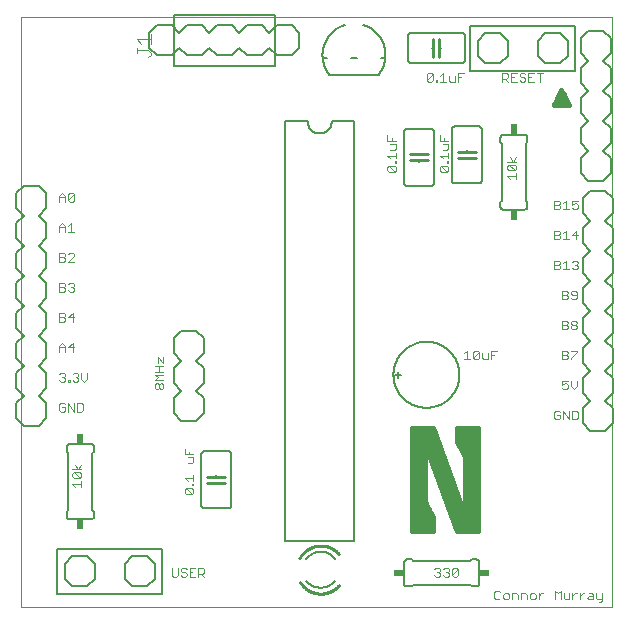
<source format=gto>
G75*
%MOIN*%
%OFA0B0*%
%FSLAX25Y25*%
%IPPOS*%
%LPD*%
%AMOC8*
5,1,8,0,0,1.08239X$1,22.5*
%
%ADD10C,0.00000*%
%ADD11C,0.00300*%
%ADD12C,0.01600*%
%ADD13C,0.01000*%
%ADD14C,0.00600*%
%ADD15C,0.00800*%
%ADD16R,0.02400X0.03400*%
%ADD17R,0.03400X0.02400*%
%ADD18C,0.00500*%
%ADD19C,0.00400*%
D10*
X0003152Y0004300D02*
X0003152Y0201150D01*
X0200002Y0201150D01*
X0200002Y0004300D01*
X0003152Y0004300D01*
D11*
X0021067Y0044450D02*
X0020099Y0045417D01*
X0023002Y0045417D01*
X0023002Y0044450D02*
X0023002Y0046385D01*
X0022518Y0047397D02*
X0020583Y0049331D01*
X0022518Y0049331D01*
X0023002Y0048848D01*
X0023002Y0047880D01*
X0022518Y0047397D01*
X0020583Y0047397D01*
X0020099Y0047880D01*
X0020099Y0048848D01*
X0020583Y0049331D01*
X0020099Y0050343D02*
X0023002Y0050343D01*
X0022034Y0050343D02*
X0021067Y0051794D01*
X0022034Y0050343D02*
X0023002Y0051794D01*
X0023146Y0069450D02*
X0021695Y0069450D01*
X0021695Y0072352D01*
X0023146Y0072352D01*
X0023630Y0071869D01*
X0023630Y0069934D01*
X0023146Y0069450D01*
X0020683Y0069450D02*
X0020683Y0072352D01*
X0018748Y0072352D02*
X0020683Y0069450D01*
X0018748Y0069450D02*
X0018748Y0072352D01*
X0017737Y0071869D02*
X0017253Y0072352D01*
X0016286Y0072352D01*
X0015802Y0071869D01*
X0015802Y0069934D01*
X0016286Y0069450D01*
X0017253Y0069450D01*
X0017737Y0069934D01*
X0017737Y0070901D01*
X0016769Y0070901D01*
X0016286Y0079450D02*
X0015802Y0079934D01*
X0016286Y0079450D02*
X0017253Y0079450D01*
X0017737Y0079934D01*
X0017737Y0080417D01*
X0017253Y0080901D01*
X0016769Y0080901D01*
X0017253Y0080901D02*
X0017737Y0081385D01*
X0017737Y0081869D01*
X0017253Y0082352D01*
X0016286Y0082352D01*
X0015802Y0081869D01*
X0018748Y0079934D02*
X0019232Y0079934D01*
X0019232Y0079450D01*
X0018748Y0079450D01*
X0018748Y0079934D01*
X0020222Y0079934D02*
X0020705Y0079450D01*
X0021673Y0079450D01*
X0022157Y0079934D01*
X0022157Y0080417D01*
X0021673Y0080901D01*
X0021189Y0080901D01*
X0021673Y0080901D02*
X0022157Y0081385D01*
X0022157Y0081869D01*
X0021673Y0082352D01*
X0020705Y0082352D01*
X0020222Y0081869D01*
X0023168Y0082352D02*
X0023168Y0080417D01*
X0024136Y0079450D01*
X0025103Y0080417D01*
X0025103Y0082352D01*
X0020200Y0089450D02*
X0020200Y0092352D01*
X0018748Y0090901D01*
X0020683Y0090901D01*
X0017737Y0090901D02*
X0015802Y0090901D01*
X0015802Y0091385D02*
X0016769Y0092352D01*
X0017737Y0091385D01*
X0017737Y0089450D01*
X0015802Y0089450D02*
X0015802Y0091385D01*
X0015802Y0099450D02*
X0017253Y0099450D01*
X0017737Y0099934D01*
X0017737Y0100417D01*
X0017253Y0100901D01*
X0015802Y0100901D01*
X0015802Y0099450D02*
X0015802Y0102352D01*
X0017253Y0102352D01*
X0017737Y0101869D01*
X0017737Y0101385D01*
X0017253Y0100901D01*
X0018748Y0100901D02*
X0020200Y0102352D01*
X0020200Y0099450D01*
X0020683Y0100901D02*
X0018748Y0100901D01*
X0019232Y0109450D02*
X0018748Y0109934D01*
X0019232Y0109450D02*
X0020200Y0109450D01*
X0020683Y0109934D01*
X0020683Y0110417D01*
X0020200Y0110901D01*
X0019716Y0110901D01*
X0020200Y0110901D02*
X0020683Y0111385D01*
X0020683Y0111869D01*
X0020200Y0112352D01*
X0019232Y0112352D01*
X0018748Y0111869D01*
X0017737Y0111869D02*
X0017737Y0111385D01*
X0017253Y0110901D01*
X0015802Y0110901D01*
X0015802Y0109450D02*
X0017253Y0109450D01*
X0017737Y0109934D01*
X0017737Y0110417D01*
X0017253Y0110901D01*
X0017737Y0111869D02*
X0017253Y0112352D01*
X0015802Y0112352D01*
X0015802Y0109450D01*
X0015802Y0119450D02*
X0017253Y0119450D01*
X0017737Y0119934D01*
X0017737Y0120417D01*
X0017253Y0120901D01*
X0015802Y0120901D01*
X0015802Y0119450D02*
X0015802Y0122352D01*
X0017253Y0122352D01*
X0017737Y0121869D01*
X0017737Y0121385D01*
X0017253Y0120901D01*
X0018748Y0121869D02*
X0019232Y0122352D01*
X0020200Y0122352D01*
X0020683Y0121869D01*
X0020683Y0121385D01*
X0018748Y0119450D01*
X0020683Y0119450D01*
X0020683Y0129450D02*
X0018748Y0129450D01*
X0019716Y0129450D02*
X0019716Y0132352D01*
X0018748Y0131385D01*
X0017737Y0131385D02*
X0017737Y0129450D01*
X0017737Y0130901D02*
X0015802Y0130901D01*
X0015802Y0131385D02*
X0016769Y0132352D01*
X0017737Y0131385D01*
X0015802Y0131385D02*
X0015802Y0129450D01*
X0015802Y0139450D02*
X0015802Y0141385D01*
X0016769Y0142352D01*
X0017737Y0141385D01*
X0017737Y0139450D01*
X0018748Y0139934D02*
X0018748Y0141869D01*
X0019232Y0142352D01*
X0020200Y0142352D01*
X0020683Y0141869D01*
X0018748Y0139934D01*
X0019232Y0139450D01*
X0020200Y0139450D01*
X0020683Y0139934D01*
X0020683Y0141869D01*
X0017737Y0140901D02*
X0015802Y0140901D01*
X0048567Y0087725D02*
X0050502Y0085790D01*
X0050502Y0087725D01*
X0048567Y0087725D02*
X0048567Y0085790D01*
X0049051Y0084778D02*
X0049051Y0082843D01*
X0050502Y0082843D02*
X0047599Y0082843D01*
X0047599Y0081831D02*
X0050502Y0081831D01*
X0050502Y0079897D02*
X0047599Y0079897D01*
X0048567Y0080864D01*
X0047599Y0081831D01*
X0048083Y0078885D02*
X0048567Y0078885D01*
X0049051Y0078401D01*
X0049051Y0077434D01*
X0048567Y0076950D01*
X0048083Y0076950D01*
X0047599Y0077434D01*
X0047599Y0078401D01*
X0048083Y0078885D01*
X0049051Y0078401D02*
X0049534Y0078885D01*
X0050018Y0078885D01*
X0050502Y0078401D01*
X0050502Y0077434D01*
X0050018Y0076950D01*
X0049534Y0076950D01*
X0049051Y0077434D01*
X0050502Y0084778D02*
X0047599Y0084778D01*
X0057599Y0057144D02*
X0057599Y0055209D01*
X0060502Y0055209D01*
X0060502Y0054198D02*
X0058567Y0054198D01*
X0059051Y0055209D02*
X0059051Y0056177D01*
X0060502Y0054198D02*
X0060502Y0052747D01*
X0060018Y0052263D01*
X0058567Y0052263D01*
X0060502Y0048305D02*
X0060502Y0046370D01*
X0060502Y0047337D02*
X0057599Y0047337D01*
X0058567Y0046370D01*
X0060018Y0045380D02*
X0060018Y0044897D01*
X0060502Y0044897D01*
X0060502Y0045380D01*
X0060018Y0045380D01*
X0060018Y0043885D02*
X0058083Y0043885D01*
X0060018Y0041950D01*
X0060502Y0042434D01*
X0060502Y0043401D01*
X0060018Y0043885D01*
X0058083Y0043885D02*
X0057599Y0043401D01*
X0057599Y0042434D01*
X0058083Y0041950D01*
X0060018Y0041950D01*
X0059195Y0017352D02*
X0059195Y0014450D01*
X0061130Y0014450D01*
X0062142Y0014450D02*
X0062142Y0017352D01*
X0063593Y0017352D01*
X0064077Y0016869D01*
X0064077Y0015901D01*
X0063593Y0015417D01*
X0062142Y0015417D01*
X0063109Y0015417D02*
X0064077Y0014450D01*
X0061130Y0017352D02*
X0059195Y0017352D01*
X0058183Y0016869D02*
X0057700Y0017352D01*
X0056732Y0017352D01*
X0056248Y0016869D01*
X0056248Y0016385D01*
X0056732Y0015901D01*
X0057700Y0015901D01*
X0058183Y0015417D01*
X0058183Y0014934D01*
X0057700Y0014450D01*
X0056732Y0014450D01*
X0056248Y0014934D01*
X0055237Y0014934D02*
X0055237Y0017352D01*
X0053302Y0017352D02*
X0053302Y0014934D01*
X0053786Y0014450D01*
X0054753Y0014450D01*
X0055237Y0014934D01*
X0059195Y0015901D02*
X0060162Y0015901D01*
X0140802Y0014934D02*
X0141286Y0014450D01*
X0142253Y0014450D01*
X0142737Y0014934D01*
X0142737Y0015417D01*
X0142253Y0015901D01*
X0141769Y0015901D01*
X0142253Y0015901D02*
X0142737Y0016385D01*
X0142737Y0016869D01*
X0142253Y0017352D01*
X0141286Y0017352D01*
X0140802Y0016869D01*
X0143748Y0016869D02*
X0144232Y0017352D01*
X0145200Y0017352D01*
X0145683Y0016869D01*
X0145683Y0016385D01*
X0145200Y0015901D01*
X0145683Y0015417D01*
X0145683Y0014934D01*
X0145200Y0014450D01*
X0144232Y0014450D01*
X0143748Y0014934D01*
X0144716Y0015901D02*
X0145200Y0015901D01*
X0146695Y0014934D02*
X0146695Y0016869D01*
X0147179Y0017352D01*
X0148146Y0017352D01*
X0148630Y0016869D01*
X0146695Y0014934D01*
X0147179Y0014450D01*
X0148146Y0014450D01*
X0148630Y0014934D01*
X0148630Y0016869D01*
X0160802Y0009369D02*
X0160802Y0007434D01*
X0161286Y0006950D01*
X0162253Y0006950D01*
X0162737Y0007434D01*
X0163748Y0007434D02*
X0164232Y0006950D01*
X0165200Y0006950D01*
X0165683Y0007434D01*
X0165683Y0008401D01*
X0165200Y0008885D01*
X0164232Y0008885D01*
X0163748Y0008401D01*
X0163748Y0007434D01*
X0162737Y0009369D02*
X0162253Y0009852D01*
X0161286Y0009852D01*
X0160802Y0009369D01*
X0166695Y0008885D02*
X0166695Y0006950D01*
X0166695Y0008885D02*
X0168146Y0008885D01*
X0168630Y0008401D01*
X0168630Y0006950D01*
X0169642Y0006950D02*
X0169642Y0008885D01*
X0171093Y0008885D01*
X0171577Y0008401D01*
X0171577Y0006950D01*
X0172588Y0007434D02*
X0172588Y0008401D01*
X0173072Y0008885D01*
X0174039Y0008885D01*
X0174523Y0008401D01*
X0174523Y0007434D01*
X0174039Y0006950D01*
X0173072Y0006950D01*
X0172588Y0007434D01*
X0175535Y0007917D02*
X0176502Y0008885D01*
X0176986Y0008885D01*
X0175535Y0008885D02*
X0175535Y0006950D01*
X0180937Y0006950D02*
X0180937Y0009852D01*
X0181904Y0008885D01*
X0182871Y0009852D01*
X0182871Y0006950D01*
X0183883Y0007434D02*
X0184367Y0006950D01*
X0185818Y0006950D01*
X0185818Y0008885D01*
X0186830Y0008885D02*
X0186830Y0006950D01*
X0186830Y0007917D02*
X0187797Y0008885D01*
X0188281Y0008885D01*
X0189285Y0008885D02*
X0189285Y0006950D01*
X0189285Y0007917D02*
X0190252Y0008885D01*
X0190736Y0008885D01*
X0192224Y0008885D02*
X0193192Y0008885D01*
X0193675Y0008401D01*
X0193675Y0006950D01*
X0192224Y0006950D01*
X0191740Y0007434D01*
X0192224Y0007917D01*
X0193675Y0007917D01*
X0194687Y0007434D02*
X0195171Y0006950D01*
X0196622Y0006950D01*
X0196622Y0006466D02*
X0196138Y0005983D01*
X0195654Y0005983D01*
X0196622Y0006466D02*
X0196622Y0008885D01*
X0194687Y0008885D02*
X0194687Y0007434D01*
X0183883Y0007434D02*
X0183883Y0008885D01*
X0183748Y0066950D02*
X0183748Y0069852D01*
X0185683Y0066950D01*
X0185683Y0069852D01*
X0186695Y0069852D02*
X0186695Y0066950D01*
X0188146Y0066950D01*
X0188630Y0067434D01*
X0188630Y0069369D01*
X0188146Y0069852D01*
X0186695Y0069852D01*
X0182737Y0069369D02*
X0182253Y0069852D01*
X0181286Y0069852D01*
X0180802Y0069369D01*
X0180802Y0067434D01*
X0181286Y0066950D01*
X0182253Y0066950D01*
X0182737Y0067434D01*
X0182737Y0068401D01*
X0181769Y0068401D01*
X0183786Y0076950D02*
X0183302Y0077434D01*
X0183786Y0076950D02*
X0184753Y0076950D01*
X0185237Y0077434D01*
X0185237Y0078401D01*
X0184753Y0078885D01*
X0184269Y0078885D01*
X0183302Y0078401D01*
X0183302Y0079852D01*
X0185237Y0079852D01*
X0186248Y0079852D02*
X0186248Y0077917D01*
X0187216Y0076950D01*
X0188183Y0077917D01*
X0188183Y0079852D01*
X0186248Y0086950D02*
X0186248Y0087434D01*
X0188183Y0089369D01*
X0188183Y0089852D01*
X0186248Y0089852D01*
X0185237Y0089369D02*
X0185237Y0088885D01*
X0184753Y0088401D01*
X0183302Y0088401D01*
X0183302Y0086950D02*
X0184753Y0086950D01*
X0185237Y0087434D01*
X0185237Y0087917D01*
X0184753Y0088401D01*
X0185237Y0089369D02*
X0184753Y0089852D01*
X0183302Y0089852D01*
X0183302Y0086950D01*
X0183302Y0096950D02*
X0184753Y0096950D01*
X0185237Y0097434D01*
X0185237Y0097917D01*
X0184753Y0098401D01*
X0183302Y0098401D01*
X0183302Y0096950D02*
X0183302Y0099852D01*
X0184753Y0099852D01*
X0185237Y0099369D01*
X0185237Y0098885D01*
X0184753Y0098401D01*
X0186248Y0097917D02*
X0186732Y0098401D01*
X0187700Y0098401D01*
X0188183Y0097917D01*
X0188183Y0097434D01*
X0187700Y0096950D01*
X0186732Y0096950D01*
X0186248Y0097434D01*
X0186248Y0097917D01*
X0186732Y0098401D02*
X0186248Y0098885D01*
X0186248Y0099369D01*
X0186732Y0099852D01*
X0187700Y0099852D01*
X0188183Y0099369D01*
X0188183Y0098885D01*
X0187700Y0098401D01*
X0187700Y0106950D02*
X0188183Y0107434D01*
X0188183Y0109369D01*
X0187700Y0109852D01*
X0186732Y0109852D01*
X0186248Y0109369D01*
X0186248Y0108885D01*
X0186732Y0108401D01*
X0188183Y0108401D01*
X0187700Y0106950D02*
X0186732Y0106950D01*
X0186248Y0107434D01*
X0185237Y0107434D02*
X0184753Y0106950D01*
X0183302Y0106950D01*
X0183302Y0109852D01*
X0184753Y0109852D01*
X0185237Y0109369D01*
X0185237Y0108885D01*
X0184753Y0108401D01*
X0183302Y0108401D01*
X0184753Y0108401D02*
X0185237Y0107917D01*
X0185237Y0107434D01*
X0185683Y0116950D02*
X0183748Y0116950D01*
X0184716Y0116950D02*
X0184716Y0119852D01*
X0183748Y0118885D01*
X0182737Y0118885D02*
X0182253Y0118401D01*
X0180802Y0118401D01*
X0180802Y0116950D02*
X0182253Y0116950D01*
X0182737Y0117434D01*
X0182737Y0117917D01*
X0182253Y0118401D01*
X0182737Y0118885D02*
X0182737Y0119369D01*
X0182253Y0119852D01*
X0180802Y0119852D01*
X0180802Y0116950D01*
X0186695Y0117434D02*
X0187179Y0116950D01*
X0188146Y0116950D01*
X0188630Y0117434D01*
X0188630Y0117917D01*
X0188146Y0118401D01*
X0187662Y0118401D01*
X0188146Y0118401D02*
X0188630Y0118885D01*
X0188630Y0119369D01*
X0188146Y0119852D01*
X0187179Y0119852D01*
X0186695Y0119369D01*
X0185683Y0126950D02*
X0183748Y0126950D01*
X0184716Y0126950D02*
X0184716Y0129852D01*
X0183748Y0128885D01*
X0182737Y0128885D02*
X0182253Y0128401D01*
X0180802Y0128401D01*
X0180802Y0126950D02*
X0182253Y0126950D01*
X0182737Y0127434D01*
X0182737Y0127917D01*
X0182253Y0128401D01*
X0182737Y0128885D02*
X0182737Y0129369D01*
X0182253Y0129852D01*
X0180802Y0129852D01*
X0180802Y0126950D01*
X0186695Y0128401D02*
X0188630Y0128401D01*
X0188146Y0126950D02*
X0188146Y0129852D01*
X0186695Y0128401D01*
X0187179Y0136950D02*
X0186695Y0137434D01*
X0187179Y0136950D02*
X0188146Y0136950D01*
X0188630Y0137434D01*
X0188630Y0138401D01*
X0188146Y0138885D01*
X0187662Y0138885D01*
X0186695Y0138401D01*
X0186695Y0139852D01*
X0188630Y0139852D01*
X0184716Y0139852D02*
X0184716Y0136950D01*
X0185683Y0136950D02*
X0183748Y0136950D01*
X0182737Y0137434D02*
X0182253Y0136950D01*
X0180802Y0136950D01*
X0180802Y0139852D01*
X0182253Y0139852D01*
X0182737Y0139369D01*
X0182737Y0138885D01*
X0182253Y0138401D01*
X0180802Y0138401D01*
X0182253Y0138401D02*
X0182737Y0137917D01*
X0182737Y0137434D01*
X0183748Y0138885D02*
X0184716Y0139852D01*
X0168002Y0146950D02*
X0168002Y0148885D01*
X0168002Y0147917D02*
X0165099Y0147917D01*
X0166067Y0146950D01*
X0165583Y0149897D02*
X0165099Y0150380D01*
X0165099Y0151348D01*
X0165583Y0151831D01*
X0167518Y0149897D01*
X0168002Y0150380D01*
X0168002Y0151348D01*
X0167518Y0151831D01*
X0165583Y0151831D01*
X0165099Y0152843D02*
X0168002Y0152843D01*
X0167034Y0152843D02*
X0166067Y0154294D01*
X0167034Y0152843D02*
X0168002Y0154294D01*
X0167518Y0149897D02*
X0165583Y0149897D01*
X0145502Y0149934D02*
X0145018Y0149450D01*
X0143083Y0151385D01*
X0145018Y0151385D01*
X0145502Y0150901D01*
X0145502Y0149934D01*
X0145018Y0149450D02*
X0143083Y0149450D01*
X0142599Y0149934D01*
X0142599Y0150901D01*
X0143083Y0151385D01*
X0145018Y0152397D02*
X0145018Y0152880D01*
X0145502Y0152880D01*
X0145502Y0152397D01*
X0145018Y0152397D01*
X0145502Y0153870D02*
X0145502Y0155805D01*
X0145502Y0154837D02*
X0142599Y0154837D01*
X0143567Y0153870D01*
X0143567Y0156816D02*
X0145018Y0156816D01*
X0145502Y0157300D01*
X0145502Y0158751D01*
X0143567Y0158751D01*
X0144051Y0159763D02*
X0144051Y0160730D01*
X0145502Y0159763D02*
X0142599Y0159763D01*
X0142599Y0161698D01*
X0128002Y0159763D02*
X0125099Y0159763D01*
X0125099Y0161698D01*
X0126551Y0160730D02*
X0126551Y0159763D01*
X0126067Y0158751D02*
X0128002Y0158751D01*
X0128002Y0157300D01*
X0127518Y0156816D01*
X0126067Y0156816D01*
X0128002Y0155805D02*
X0128002Y0153870D01*
X0128002Y0154837D02*
X0125099Y0154837D01*
X0126067Y0153870D01*
X0127518Y0152880D02*
X0127518Y0152397D01*
X0128002Y0152397D01*
X0128002Y0152880D01*
X0127518Y0152880D01*
X0127518Y0151385D02*
X0125583Y0151385D01*
X0127518Y0149450D01*
X0128002Y0149934D01*
X0128002Y0150901D01*
X0127518Y0151385D01*
X0125583Y0151385D02*
X0125099Y0150901D01*
X0125099Y0149934D01*
X0125583Y0149450D01*
X0127518Y0149450D01*
X0138786Y0179450D02*
X0138302Y0179934D01*
X0140237Y0181869D01*
X0140237Y0179934D01*
X0139753Y0179450D01*
X0138786Y0179450D01*
X0138302Y0179934D02*
X0138302Y0181869D01*
X0138786Y0182352D01*
X0139753Y0182352D01*
X0140237Y0181869D01*
X0141248Y0179934D02*
X0141732Y0179934D01*
X0141732Y0179450D01*
X0141248Y0179450D01*
X0141248Y0179934D01*
X0142722Y0179450D02*
X0144657Y0179450D01*
X0143689Y0179450D02*
X0143689Y0182352D01*
X0142722Y0181385D01*
X0145668Y0181385D02*
X0145668Y0179934D01*
X0146152Y0179450D01*
X0147603Y0179450D01*
X0147603Y0181385D01*
X0148615Y0180901D02*
X0149582Y0180901D01*
X0148615Y0179450D02*
X0148615Y0182352D01*
X0150550Y0182352D01*
X0163302Y0182352D02*
X0163302Y0179450D01*
X0163302Y0180417D02*
X0164753Y0180417D01*
X0165237Y0180901D01*
X0165237Y0181869D01*
X0164753Y0182352D01*
X0163302Y0182352D01*
X0164269Y0180417D02*
X0165237Y0179450D01*
X0166248Y0179450D02*
X0166248Y0182352D01*
X0168183Y0182352D01*
X0169195Y0181869D02*
X0169195Y0181385D01*
X0169679Y0180901D01*
X0170646Y0180901D01*
X0171130Y0180417D01*
X0171130Y0179934D01*
X0170646Y0179450D01*
X0169679Y0179450D01*
X0169195Y0179934D01*
X0168183Y0179450D02*
X0166248Y0179450D01*
X0166248Y0180901D02*
X0167216Y0180901D01*
X0169195Y0181869D02*
X0169679Y0182352D01*
X0170646Y0182352D01*
X0171130Y0181869D01*
X0172142Y0182352D02*
X0172142Y0179450D01*
X0174077Y0179450D01*
X0173109Y0180901D02*
X0172142Y0180901D01*
X0172142Y0182352D02*
X0174077Y0182352D01*
X0175088Y0182352D02*
X0177023Y0182352D01*
X0176056Y0182352D02*
X0176056Y0179450D01*
X0161577Y0089852D02*
X0159642Y0089852D01*
X0159642Y0086950D01*
X0158630Y0086950D02*
X0158630Y0088885D01*
X0159642Y0088401D02*
X0160609Y0088401D01*
X0158630Y0086950D02*
X0157179Y0086950D01*
X0156695Y0087434D01*
X0156695Y0088885D01*
X0155683Y0089369D02*
X0153748Y0087434D01*
X0154232Y0086950D01*
X0155200Y0086950D01*
X0155683Y0087434D01*
X0155683Y0089369D01*
X0155200Y0089852D01*
X0154232Y0089852D01*
X0153748Y0089369D01*
X0153748Y0087434D01*
X0152737Y0086950D02*
X0150802Y0086950D01*
X0151769Y0086950D02*
X0151769Y0089852D01*
X0150802Y0088885D01*
D12*
X0180652Y0171800D02*
X0183152Y0176800D01*
X0185652Y0171800D01*
X0180652Y0171800D01*
X0180824Y0172144D02*
X0185480Y0172144D01*
X0184681Y0173742D02*
X0181623Y0173742D01*
X0182422Y0175341D02*
X0183882Y0175341D01*
D13*
X0154617Y0156107D02*
X0151617Y0156107D01*
X0148617Y0156107D01*
X0148617Y0154107D02*
X0151617Y0154107D01*
X0154617Y0154107D01*
X0138652Y0153300D02*
X0135652Y0153300D01*
X0132652Y0153300D01*
X0132652Y0155300D02*
X0135652Y0155300D01*
X0138652Y0155300D01*
X0140498Y0187737D02*
X0140498Y0190737D01*
X0140498Y0193737D01*
X0142498Y0193737D02*
X0142498Y0190737D01*
X0142498Y0187737D01*
X0140652Y0064300D02*
X0133152Y0064300D01*
X0133152Y0029300D01*
X0140652Y0029300D01*
X0140652Y0034300D01*
X0138152Y0039300D01*
X0138152Y0056800D01*
X0148152Y0029300D01*
X0155652Y0029300D01*
X0155652Y0064300D01*
X0148152Y0064300D01*
X0148152Y0059300D01*
X0150652Y0054300D01*
X0150652Y0036800D01*
X0140652Y0064300D01*
X0133152Y0064300D01*
X0133152Y0029300D01*
X0140652Y0029300D01*
X0140652Y0030261D02*
X0133152Y0030261D01*
X0133152Y0031260D02*
X0140652Y0031260D01*
X0140652Y0032258D02*
X0133152Y0032258D01*
X0133152Y0033257D02*
X0140652Y0033257D01*
X0140652Y0034255D02*
X0133152Y0034255D01*
X0133152Y0035254D02*
X0140175Y0035254D01*
X0139676Y0036252D02*
X0133152Y0036252D01*
X0133152Y0037251D02*
X0139177Y0037251D01*
X0138677Y0038249D02*
X0133152Y0038249D01*
X0133152Y0039248D02*
X0138178Y0039248D01*
X0138152Y0040246D02*
X0133152Y0040246D01*
X0133152Y0041245D02*
X0138152Y0041245D01*
X0138152Y0042243D02*
X0133152Y0042243D01*
X0133152Y0043242D02*
X0138152Y0043242D01*
X0138152Y0044240D02*
X0133152Y0044240D01*
X0133152Y0045239D02*
X0138152Y0045239D01*
X0138152Y0046237D02*
X0133152Y0046237D01*
X0133152Y0047236D02*
X0138152Y0047236D01*
X0138152Y0048234D02*
X0133152Y0048234D01*
X0133152Y0049233D02*
X0138152Y0049233D01*
X0138152Y0050232D02*
X0133152Y0050232D01*
X0133152Y0051230D02*
X0138152Y0051230D01*
X0138152Y0052229D02*
X0133152Y0052229D01*
X0133152Y0053227D02*
X0138152Y0053227D01*
X0138152Y0054226D02*
X0133152Y0054226D01*
X0133152Y0055224D02*
X0138152Y0055224D01*
X0138725Y0055224D02*
X0143952Y0055224D01*
X0143589Y0056223D02*
X0138362Y0056223D01*
X0138152Y0056223D02*
X0133152Y0056223D01*
X0133152Y0057221D02*
X0143226Y0057221D01*
X0142863Y0058220D02*
X0133152Y0058220D01*
X0133152Y0059218D02*
X0142500Y0059218D01*
X0142137Y0060217D02*
X0133152Y0060217D01*
X0133152Y0061215D02*
X0141774Y0061215D01*
X0141411Y0062214D02*
X0133152Y0062214D01*
X0133152Y0063212D02*
X0141048Y0063212D01*
X0140684Y0064211D02*
X0133152Y0064211D01*
X0139088Y0054226D02*
X0144315Y0054226D01*
X0144678Y0053227D02*
X0139451Y0053227D01*
X0139814Y0052229D02*
X0145042Y0052229D01*
X0145405Y0051230D02*
X0140177Y0051230D01*
X0140541Y0050232D02*
X0145768Y0050232D01*
X0146131Y0049233D02*
X0140904Y0049233D01*
X0141267Y0048234D02*
X0146494Y0048234D01*
X0146857Y0047236D02*
X0141630Y0047236D01*
X0141993Y0046237D02*
X0147220Y0046237D01*
X0147583Y0045239D02*
X0142356Y0045239D01*
X0142719Y0044240D02*
X0147946Y0044240D01*
X0148309Y0043242D02*
X0143082Y0043242D01*
X0143445Y0042243D02*
X0148673Y0042243D01*
X0149036Y0041245D02*
X0143808Y0041245D01*
X0144171Y0040246D02*
X0149399Y0040246D01*
X0149762Y0039248D02*
X0144535Y0039248D01*
X0144898Y0038249D02*
X0150125Y0038249D01*
X0150652Y0038249D02*
X0155652Y0038249D01*
X0155652Y0037251D02*
X0150652Y0037251D01*
X0150488Y0037251D02*
X0145261Y0037251D01*
X0145624Y0036252D02*
X0155652Y0036252D01*
X0155652Y0035254D02*
X0145987Y0035254D01*
X0146350Y0034255D02*
X0155652Y0034255D01*
X0155652Y0033257D02*
X0146713Y0033257D01*
X0147076Y0032258D02*
X0155652Y0032258D01*
X0155652Y0031260D02*
X0147439Y0031260D01*
X0147802Y0030261D02*
X0155652Y0030261D01*
X0155652Y0029300D02*
X0148152Y0029300D01*
X0155652Y0029300D02*
X0155652Y0064300D01*
X0148152Y0064300D01*
X0148152Y0064211D02*
X0155652Y0064211D01*
X0155652Y0063212D02*
X0148152Y0063212D01*
X0148152Y0062214D02*
X0155652Y0062214D01*
X0155652Y0061215D02*
X0148152Y0061215D01*
X0148152Y0060217D02*
X0155652Y0060217D01*
X0155652Y0059218D02*
X0148193Y0059218D01*
X0148692Y0058220D02*
X0155652Y0058220D01*
X0155652Y0057221D02*
X0149191Y0057221D01*
X0149691Y0056223D02*
X0155652Y0056223D01*
X0155652Y0055224D02*
X0150190Y0055224D01*
X0150652Y0054226D02*
X0155652Y0054226D01*
X0155652Y0053227D02*
X0150652Y0053227D01*
X0150652Y0052229D02*
X0155652Y0052229D01*
X0155652Y0051230D02*
X0150652Y0051230D01*
X0150652Y0050232D02*
X0155652Y0050232D01*
X0155652Y0049233D02*
X0150652Y0049233D01*
X0150652Y0048234D02*
X0155652Y0048234D01*
X0155652Y0047236D02*
X0150652Y0047236D01*
X0150652Y0046237D02*
X0155652Y0046237D01*
X0155652Y0045239D02*
X0150652Y0045239D01*
X0150652Y0044240D02*
X0155652Y0044240D01*
X0155652Y0043242D02*
X0150652Y0043242D01*
X0150652Y0042243D02*
X0155652Y0042243D01*
X0155652Y0041245D02*
X0150652Y0041245D01*
X0150652Y0040246D02*
X0155652Y0040246D01*
X0155652Y0039248D02*
X0150652Y0039248D01*
X0102877Y0024820D02*
X0102685Y0024818D01*
X0102493Y0024811D01*
X0102301Y0024799D01*
X0102109Y0024783D01*
X0101918Y0024762D01*
X0101728Y0024737D01*
X0101538Y0024707D01*
X0101349Y0024673D01*
X0101161Y0024634D01*
X0100974Y0024590D01*
X0100788Y0024542D01*
X0100603Y0024490D01*
X0100419Y0024433D01*
X0100237Y0024372D01*
X0100057Y0024306D01*
X0099878Y0024236D01*
X0099700Y0024162D01*
X0099525Y0024084D01*
X0099351Y0024001D01*
X0099180Y0023914D01*
X0099011Y0023824D01*
X0098844Y0023729D01*
X0098679Y0023630D01*
X0098516Y0023527D01*
X0098357Y0023420D01*
X0098199Y0023310D01*
X0098045Y0023196D01*
X0097893Y0023078D01*
X0097744Y0022956D01*
X0097598Y0022831D01*
X0097456Y0022703D01*
X0097316Y0022571D01*
X0097179Y0022436D01*
X0097046Y0022297D01*
X0096916Y0022156D01*
X0096790Y0022011D01*
X0096667Y0021863D01*
X0096548Y0021713D01*
X0096432Y0021559D01*
X0096320Y0021403D01*
X0096212Y0021244D01*
X0096107Y0021083D01*
X0096007Y0020919D01*
X0095911Y0020753D01*
X0095818Y0020585D01*
X0095930Y0012851D02*
X0096029Y0012682D01*
X0096133Y0012516D01*
X0096240Y0012352D01*
X0096351Y0012191D01*
X0096466Y0012033D01*
X0096585Y0011878D01*
X0096708Y0011725D01*
X0096834Y0011576D01*
X0096964Y0011430D01*
X0097098Y0011287D01*
X0097235Y0011147D01*
X0097375Y0011011D01*
X0097519Y0010878D01*
X0097666Y0010749D01*
X0097816Y0010623D01*
X0097969Y0010502D01*
X0098125Y0010383D01*
X0098284Y0010269D01*
X0098445Y0010159D01*
X0098610Y0010053D01*
X0098776Y0009950D01*
X0098946Y0009852D01*
X0099117Y0009758D01*
X0099291Y0009668D01*
X0099467Y0009583D01*
X0099645Y0009501D01*
X0099825Y0009425D01*
X0100007Y0009352D01*
X0100190Y0009284D01*
X0100375Y0009221D01*
X0100562Y0009162D01*
X0100750Y0009108D01*
X0100939Y0009058D01*
X0101129Y0009013D01*
X0101321Y0008973D01*
X0101513Y0008937D01*
X0101706Y0008906D01*
X0101900Y0008880D01*
X0102095Y0008858D01*
X0102290Y0008842D01*
X0102485Y0008830D01*
X0102681Y0008822D01*
X0102876Y0008820D01*
X0102877Y0008820D02*
X0103070Y0008822D01*
X0103263Y0008829D01*
X0103455Y0008841D01*
X0103648Y0008857D01*
X0103840Y0008878D01*
X0104031Y0008904D01*
X0104221Y0008934D01*
X0104411Y0008969D01*
X0104600Y0009008D01*
X0104788Y0009052D01*
X0104975Y0009100D01*
X0105161Y0009153D01*
X0105345Y0009210D01*
X0105528Y0009272D01*
X0105709Y0009338D01*
X0105889Y0009409D01*
X0106067Y0009483D01*
X0106243Y0009562D01*
X0106417Y0009646D01*
X0106589Y0009733D01*
X0106759Y0009825D01*
X0106926Y0009921D01*
X0107092Y0010020D01*
X0107255Y0010124D01*
X0107415Y0010231D01*
X0107572Y0010343D01*
X0107727Y0010458D01*
X0107879Y0010577D01*
X0108028Y0010699D01*
X0108175Y0010825D01*
X0108318Y0010955D01*
X0108458Y0011088D01*
X0108594Y0011224D01*
X0108728Y0011364D01*
X0108857Y0011506D01*
X0108984Y0011652D01*
X0109022Y0021942D02*
X0108895Y0022090D01*
X0108765Y0022235D01*
X0108632Y0022376D01*
X0108495Y0022515D01*
X0108355Y0022650D01*
X0108211Y0022781D01*
X0108064Y0022909D01*
X0107915Y0023034D01*
X0107762Y0023155D01*
X0107607Y0023272D01*
X0107448Y0023385D01*
X0107287Y0023494D01*
X0107123Y0023599D01*
X0106957Y0023701D01*
X0106788Y0023798D01*
X0106618Y0023891D01*
X0106444Y0023980D01*
X0106269Y0024065D01*
X0106092Y0024145D01*
X0105913Y0024221D01*
X0105732Y0024293D01*
X0105549Y0024360D01*
X0105365Y0024423D01*
X0105179Y0024481D01*
X0104992Y0024535D01*
X0104804Y0024584D01*
X0104614Y0024629D01*
X0104424Y0024669D01*
X0104232Y0024704D01*
X0104040Y0024735D01*
X0103847Y0024761D01*
X0103653Y0024782D01*
X0103459Y0024799D01*
X0103265Y0024811D01*
X0103071Y0024818D01*
X0102876Y0024820D01*
X0071152Y0045800D02*
X0068152Y0045800D01*
X0065152Y0045800D01*
X0065152Y0047800D02*
X0068152Y0047800D01*
X0071152Y0047800D01*
D14*
X0068152Y0047800D02*
X0068152Y0048300D01*
X0068152Y0045800D02*
X0068152Y0045300D01*
X0073152Y0038300D02*
X0073150Y0038240D01*
X0073145Y0038179D01*
X0073136Y0038120D01*
X0073123Y0038061D01*
X0073107Y0038002D01*
X0073087Y0037945D01*
X0073064Y0037890D01*
X0073037Y0037835D01*
X0073008Y0037783D01*
X0072975Y0037732D01*
X0072939Y0037683D01*
X0072901Y0037637D01*
X0072859Y0037593D01*
X0072815Y0037551D01*
X0072769Y0037513D01*
X0072720Y0037477D01*
X0072669Y0037444D01*
X0072617Y0037415D01*
X0072562Y0037388D01*
X0072507Y0037365D01*
X0072450Y0037345D01*
X0072391Y0037329D01*
X0072332Y0037316D01*
X0072273Y0037307D01*
X0072212Y0037302D01*
X0072152Y0037300D01*
X0064152Y0037300D01*
X0064092Y0037302D01*
X0064031Y0037307D01*
X0063972Y0037316D01*
X0063913Y0037329D01*
X0063854Y0037345D01*
X0063797Y0037365D01*
X0063742Y0037388D01*
X0063687Y0037415D01*
X0063635Y0037444D01*
X0063584Y0037477D01*
X0063535Y0037513D01*
X0063489Y0037551D01*
X0063445Y0037593D01*
X0063403Y0037637D01*
X0063365Y0037683D01*
X0063329Y0037732D01*
X0063296Y0037783D01*
X0063267Y0037835D01*
X0063240Y0037890D01*
X0063217Y0037945D01*
X0063197Y0038002D01*
X0063181Y0038061D01*
X0063168Y0038120D01*
X0063159Y0038179D01*
X0063154Y0038240D01*
X0063152Y0038300D01*
X0063152Y0055300D01*
X0063154Y0055360D01*
X0063159Y0055421D01*
X0063168Y0055480D01*
X0063181Y0055539D01*
X0063197Y0055598D01*
X0063217Y0055655D01*
X0063240Y0055710D01*
X0063267Y0055765D01*
X0063296Y0055817D01*
X0063329Y0055868D01*
X0063365Y0055917D01*
X0063403Y0055963D01*
X0063445Y0056007D01*
X0063489Y0056049D01*
X0063535Y0056087D01*
X0063584Y0056123D01*
X0063635Y0056156D01*
X0063687Y0056185D01*
X0063742Y0056212D01*
X0063797Y0056235D01*
X0063854Y0056255D01*
X0063913Y0056271D01*
X0063972Y0056284D01*
X0064031Y0056293D01*
X0064092Y0056298D01*
X0064152Y0056300D01*
X0072152Y0056300D01*
X0072212Y0056298D01*
X0072273Y0056293D01*
X0072332Y0056284D01*
X0072391Y0056271D01*
X0072450Y0056255D01*
X0072507Y0056235D01*
X0072562Y0056212D01*
X0072617Y0056185D01*
X0072669Y0056156D01*
X0072720Y0056123D01*
X0072769Y0056087D01*
X0072815Y0056049D01*
X0072859Y0056007D01*
X0072901Y0055963D01*
X0072939Y0055917D01*
X0072975Y0055868D01*
X0073008Y0055817D01*
X0073037Y0055765D01*
X0073064Y0055710D01*
X0073087Y0055655D01*
X0073107Y0055598D01*
X0073123Y0055539D01*
X0073136Y0055480D01*
X0073145Y0055421D01*
X0073150Y0055360D01*
X0073152Y0055300D01*
X0073152Y0038300D01*
X0091061Y0026229D02*
X0114061Y0026229D01*
X0114061Y0166229D01*
X0106561Y0166229D01*
X0106559Y0166103D01*
X0106553Y0165978D01*
X0106543Y0165853D01*
X0106529Y0165728D01*
X0106512Y0165603D01*
X0106490Y0165479D01*
X0106465Y0165356D01*
X0106435Y0165234D01*
X0106402Y0165113D01*
X0106365Y0164993D01*
X0106325Y0164874D01*
X0106280Y0164757D01*
X0106232Y0164640D01*
X0106180Y0164526D01*
X0106125Y0164413D01*
X0106066Y0164302D01*
X0106004Y0164193D01*
X0105938Y0164086D01*
X0105869Y0163981D01*
X0105797Y0163878D01*
X0105722Y0163777D01*
X0105643Y0163679D01*
X0105561Y0163584D01*
X0105477Y0163491D01*
X0105389Y0163401D01*
X0105299Y0163313D01*
X0105206Y0163229D01*
X0105111Y0163147D01*
X0105013Y0163068D01*
X0104912Y0162993D01*
X0104809Y0162921D01*
X0104704Y0162852D01*
X0104597Y0162786D01*
X0104488Y0162724D01*
X0104377Y0162665D01*
X0104264Y0162610D01*
X0104150Y0162558D01*
X0104033Y0162510D01*
X0103916Y0162465D01*
X0103797Y0162425D01*
X0103677Y0162388D01*
X0103556Y0162355D01*
X0103434Y0162325D01*
X0103311Y0162300D01*
X0103187Y0162278D01*
X0103062Y0162261D01*
X0102937Y0162247D01*
X0102812Y0162237D01*
X0102687Y0162231D01*
X0102561Y0162229D01*
X0102435Y0162231D01*
X0102310Y0162237D01*
X0102185Y0162247D01*
X0102060Y0162261D01*
X0101935Y0162278D01*
X0101811Y0162300D01*
X0101688Y0162325D01*
X0101566Y0162355D01*
X0101445Y0162388D01*
X0101325Y0162425D01*
X0101206Y0162465D01*
X0101089Y0162510D01*
X0100972Y0162558D01*
X0100858Y0162610D01*
X0100745Y0162665D01*
X0100634Y0162724D01*
X0100525Y0162786D01*
X0100418Y0162852D01*
X0100313Y0162921D01*
X0100210Y0162993D01*
X0100109Y0163068D01*
X0100011Y0163147D01*
X0099916Y0163229D01*
X0099823Y0163313D01*
X0099733Y0163401D01*
X0099645Y0163491D01*
X0099561Y0163584D01*
X0099479Y0163679D01*
X0099400Y0163777D01*
X0099325Y0163878D01*
X0099253Y0163981D01*
X0099184Y0164086D01*
X0099118Y0164193D01*
X0099056Y0164302D01*
X0098997Y0164413D01*
X0098942Y0164526D01*
X0098890Y0164640D01*
X0098842Y0164757D01*
X0098797Y0164874D01*
X0098757Y0164993D01*
X0098720Y0165113D01*
X0098687Y0165234D01*
X0098657Y0165356D01*
X0098632Y0165479D01*
X0098610Y0165603D01*
X0098593Y0165728D01*
X0098579Y0165853D01*
X0098569Y0165978D01*
X0098563Y0166103D01*
X0098561Y0166229D01*
X0091061Y0166229D01*
X0091061Y0026229D01*
X0102876Y0022820D02*
X0103030Y0022818D01*
X0103184Y0022812D01*
X0103338Y0022802D01*
X0103492Y0022788D01*
X0103645Y0022771D01*
X0103797Y0022749D01*
X0103949Y0022723D01*
X0104101Y0022694D01*
X0104251Y0022660D01*
X0104401Y0022623D01*
X0104549Y0022582D01*
X0104697Y0022537D01*
X0104843Y0022488D01*
X0104988Y0022436D01*
X0105131Y0022380D01*
X0105274Y0022320D01*
X0105414Y0022257D01*
X0105553Y0022190D01*
X0105690Y0022119D01*
X0105825Y0022045D01*
X0105958Y0021968D01*
X0106090Y0021887D01*
X0106219Y0021803D01*
X0106346Y0021715D01*
X0106470Y0021624D01*
X0106592Y0021531D01*
X0106712Y0021433D01*
X0106829Y0021333D01*
X0106944Y0021230D01*
X0107056Y0021124D01*
X0107165Y0021016D01*
X0107271Y0020904D01*
X0107375Y0020790D01*
X0107475Y0020673D01*
X0107573Y0020554D01*
X0107667Y0020432D01*
X0107758Y0020307D01*
X0102876Y0010820D02*
X0102724Y0010822D01*
X0102573Y0010828D01*
X0102422Y0010837D01*
X0102270Y0010851D01*
X0102120Y0010868D01*
X0101970Y0010889D01*
X0101820Y0010914D01*
X0101671Y0010942D01*
X0101523Y0010975D01*
X0101376Y0011011D01*
X0101229Y0011050D01*
X0101084Y0011094D01*
X0100940Y0011141D01*
X0100797Y0011192D01*
X0100656Y0011246D01*
X0100515Y0011304D01*
X0100377Y0011365D01*
X0100240Y0011430D01*
X0100104Y0011499D01*
X0099971Y0011570D01*
X0099839Y0011645D01*
X0099709Y0011724D01*
X0099582Y0011805D01*
X0099456Y0011890D01*
X0099332Y0011978D01*
X0099211Y0012069D01*
X0099092Y0012163D01*
X0098976Y0012261D01*
X0098862Y0012361D01*
X0098750Y0012463D01*
X0098642Y0012569D01*
X0098536Y0012677D01*
X0098432Y0012788D01*
X0098332Y0012902D01*
X0098234Y0013018D01*
X0098140Y0013137D01*
X0102876Y0010820D02*
X0103028Y0010822D01*
X0103179Y0010828D01*
X0103330Y0010837D01*
X0103482Y0010851D01*
X0103632Y0010868D01*
X0103782Y0010889D01*
X0103932Y0010914D01*
X0104081Y0010942D01*
X0104229Y0010975D01*
X0104376Y0011011D01*
X0104523Y0011050D01*
X0104668Y0011094D01*
X0104812Y0011141D01*
X0104955Y0011192D01*
X0105096Y0011246D01*
X0105237Y0011304D01*
X0105375Y0011365D01*
X0105512Y0011430D01*
X0105648Y0011499D01*
X0105781Y0011570D01*
X0105913Y0011645D01*
X0106043Y0011724D01*
X0106170Y0011805D01*
X0106296Y0011890D01*
X0106420Y0011978D01*
X0106541Y0012069D01*
X0106660Y0012163D01*
X0106776Y0012261D01*
X0106890Y0012361D01*
X0107002Y0012463D01*
X0107110Y0012569D01*
X0107216Y0012677D01*
X0107320Y0012788D01*
X0107420Y0012902D01*
X0107518Y0013018D01*
X0107612Y0013137D01*
X0102876Y0022820D02*
X0102726Y0022818D01*
X0102575Y0022812D01*
X0102425Y0022803D01*
X0102276Y0022790D01*
X0102126Y0022773D01*
X0101977Y0022752D01*
X0101829Y0022728D01*
X0101681Y0022700D01*
X0101534Y0022668D01*
X0101388Y0022633D01*
X0101243Y0022593D01*
X0101099Y0022551D01*
X0100956Y0022504D01*
X0100814Y0022454D01*
X0100673Y0022401D01*
X0100534Y0022344D01*
X0100396Y0022284D01*
X0100260Y0022220D01*
X0100126Y0022153D01*
X0099993Y0022082D01*
X0099862Y0022008D01*
X0099733Y0021931D01*
X0099606Y0021850D01*
X0099481Y0021767D01*
X0099358Y0021680D01*
X0099237Y0021591D01*
X0099119Y0021498D01*
X0099003Y0021402D01*
X0098889Y0021304D01*
X0098778Y0021203D01*
X0098669Y0021098D01*
X0098564Y0020992D01*
X0098460Y0020882D01*
X0098360Y0020770D01*
X0098262Y0020656D01*
X0098168Y0020539D01*
X0098076Y0020420D01*
X0130691Y0019257D02*
X0130691Y0012257D01*
X0130693Y0012197D01*
X0130698Y0012136D01*
X0130707Y0012077D01*
X0130720Y0012018D01*
X0130736Y0011959D01*
X0130756Y0011902D01*
X0130779Y0011847D01*
X0130806Y0011792D01*
X0130835Y0011740D01*
X0130868Y0011689D01*
X0130904Y0011640D01*
X0130942Y0011594D01*
X0130984Y0011550D01*
X0131028Y0011508D01*
X0131074Y0011470D01*
X0131123Y0011434D01*
X0131174Y0011401D01*
X0131226Y0011372D01*
X0131281Y0011345D01*
X0131336Y0011322D01*
X0131393Y0011302D01*
X0131452Y0011286D01*
X0131511Y0011273D01*
X0131570Y0011264D01*
X0131631Y0011259D01*
X0131691Y0011257D01*
X0133191Y0011257D01*
X0133691Y0011757D01*
X0152691Y0011757D01*
X0153191Y0011257D01*
X0154691Y0011257D01*
X0154751Y0011259D01*
X0154812Y0011264D01*
X0154871Y0011273D01*
X0154930Y0011286D01*
X0154989Y0011302D01*
X0155046Y0011322D01*
X0155101Y0011345D01*
X0155156Y0011372D01*
X0155208Y0011401D01*
X0155259Y0011434D01*
X0155308Y0011470D01*
X0155354Y0011508D01*
X0155398Y0011550D01*
X0155440Y0011594D01*
X0155478Y0011640D01*
X0155514Y0011689D01*
X0155547Y0011740D01*
X0155576Y0011792D01*
X0155603Y0011847D01*
X0155626Y0011902D01*
X0155646Y0011959D01*
X0155662Y0012018D01*
X0155675Y0012077D01*
X0155684Y0012136D01*
X0155689Y0012197D01*
X0155691Y0012257D01*
X0155691Y0019257D01*
X0155689Y0019317D01*
X0155684Y0019378D01*
X0155675Y0019437D01*
X0155662Y0019496D01*
X0155646Y0019555D01*
X0155626Y0019612D01*
X0155603Y0019667D01*
X0155576Y0019722D01*
X0155547Y0019774D01*
X0155514Y0019825D01*
X0155478Y0019874D01*
X0155440Y0019920D01*
X0155398Y0019964D01*
X0155354Y0020006D01*
X0155308Y0020044D01*
X0155259Y0020080D01*
X0155208Y0020113D01*
X0155156Y0020142D01*
X0155101Y0020169D01*
X0155046Y0020192D01*
X0154989Y0020212D01*
X0154930Y0020228D01*
X0154871Y0020241D01*
X0154812Y0020250D01*
X0154751Y0020255D01*
X0154691Y0020257D01*
X0153191Y0020257D01*
X0152691Y0019757D01*
X0133691Y0019757D01*
X0133191Y0020257D01*
X0131691Y0020257D01*
X0131631Y0020255D01*
X0131570Y0020250D01*
X0131511Y0020241D01*
X0131452Y0020228D01*
X0131393Y0020212D01*
X0131336Y0020192D01*
X0131281Y0020169D01*
X0131226Y0020142D01*
X0131174Y0020113D01*
X0131123Y0020080D01*
X0131074Y0020044D01*
X0131028Y0020006D01*
X0130984Y0019964D01*
X0130942Y0019920D01*
X0130904Y0019874D01*
X0130868Y0019825D01*
X0130835Y0019774D01*
X0130806Y0019722D01*
X0130779Y0019667D01*
X0130756Y0019612D01*
X0130736Y0019555D01*
X0130720Y0019496D01*
X0130707Y0019437D01*
X0130698Y0019378D01*
X0130693Y0019317D01*
X0130691Y0019257D01*
X0128652Y0080800D02*
X0128652Y0082800D01*
X0129652Y0081800D02*
X0127652Y0081800D01*
X0127152Y0081800D02*
X0127155Y0082070D01*
X0127165Y0082340D01*
X0127182Y0082609D01*
X0127205Y0082878D01*
X0127235Y0083147D01*
X0127271Y0083414D01*
X0127314Y0083681D01*
X0127363Y0083946D01*
X0127419Y0084210D01*
X0127482Y0084473D01*
X0127550Y0084734D01*
X0127626Y0084993D01*
X0127707Y0085250D01*
X0127795Y0085506D01*
X0127889Y0085759D01*
X0127989Y0086010D01*
X0128096Y0086258D01*
X0128208Y0086503D01*
X0128327Y0086746D01*
X0128451Y0086985D01*
X0128581Y0087222D01*
X0128717Y0087455D01*
X0128859Y0087685D01*
X0129006Y0087911D01*
X0129159Y0088134D01*
X0129317Y0088353D01*
X0129480Y0088568D01*
X0129649Y0088778D01*
X0129823Y0088985D01*
X0130002Y0089187D01*
X0130185Y0089385D01*
X0130374Y0089578D01*
X0130567Y0089767D01*
X0130765Y0089950D01*
X0130967Y0090129D01*
X0131174Y0090303D01*
X0131384Y0090472D01*
X0131599Y0090635D01*
X0131818Y0090793D01*
X0132041Y0090946D01*
X0132267Y0091093D01*
X0132497Y0091235D01*
X0132730Y0091371D01*
X0132967Y0091501D01*
X0133206Y0091625D01*
X0133449Y0091744D01*
X0133694Y0091856D01*
X0133942Y0091963D01*
X0134193Y0092063D01*
X0134446Y0092157D01*
X0134702Y0092245D01*
X0134959Y0092326D01*
X0135218Y0092402D01*
X0135479Y0092470D01*
X0135742Y0092533D01*
X0136006Y0092589D01*
X0136271Y0092638D01*
X0136538Y0092681D01*
X0136805Y0092717D01*
X0137074Y0092747D01*
X0137343Y0092770D01*
X0137612Y0092787D01*
X0137882Y0092797D01*
X0138152Y0092800D01*
X0138422Y0092797D01*
X0138692Y0092787D01*
X0138961Y0092770D01*
X0139230Y0092747D01*
X0139499Y0092717D01*
X0139766Y0092681D01*
X0140033Y0092638D01*
X0140298Y0092589D01*
X0140562Y0092533D01*
X0140825Y0092470D01*
X0141086Y0092402D01*
X0141345Y0092326D01*
X0141602Y0092245D01*
X0141858Y0092157D01*
X0142111Y0092063D01*
X0142362Y0091963D01*
X0142610Y0091856D01*
X0142855Y0091744D01*
X0143098Y0091625D01*
X0143337Y0091501D01*
X0143574Y0091371D01*
X0143807Y0091235D01*
X0144037Y0091093D01*
X0144263Y0090946D01*
X0144486Y0090793D01*
X0144705Y0090635D01*
X0144920Y0090472D01*
X0145130Y0090303D01*
X0145337Y0090129D01*
X0145539Y0089950D01*
X0145737Y0089767D01*
X0145930Y0089578D01*
X0146119Y0089385D01*
X0146302Y0089187D01*
X0146481Y0088985D01*
X0146655Y0088778D01*
X0146824Y0088568D01*
X0146987Y0088353D01*
X0147145Y0088134D01*
X0147298Y0087911D01*
X0147445Y0087685D01*
X0147587Y0087455D01*
X0147723Y0087222D01*
X0147853Y0086985D01*
X0147977Y0086746D01*
X0148096Y0086503D01*
X0148208Y0086258D01*
X0148315Y0086010D01*
X0148415Y0085759D01*
X0148509Y0085506D01*
X0148597Y0085250D01*
X0148678Y0084993D01*
X0148754Y0084734D01*
X0148822Y0084473D01*
X0148885Y0084210D01*
X0148941Y0083946D01*
X0148990Y0083681D01*
X0149033Y0083414D01*
X0149069Y0083147D01*
X0149099Y0082878D01*
X0149122Y0082609D01*
X0149139Y0082340D01*
X0149149Y0082070D01*
X0149152Y0081800D01*
X0149149Y0081530D01*
X0149139Y0081260D01*
X0149122Y0080991D01*
X0149099Y0080722D01*
X0149069Y0080453D01*
X0149033Y0080186D01*
X0148990Y0079919D01*
X0148941Y0079654D01*
X0148885Y0079390D01*
X0148822Y0079127D01*
X0148754Y0078866D01*
X0148678Y0078607D01*
X0148597Y0078350D01*
X0148509Y0078094D01*
X0148415Y0077841D01*
X0148315Y0077590D01*
X0148208Y0077342D01*
X0148096Y0077097D01*
X0147977Y0076854D01*
X0147853Y0076615D01*
X0147723Y0076378D01*
X0147587Y0076145D01*
X0147445Y0075915D01*
X0147298Y0075689D01*
X0147145Y0075466D01*
X0146987Y0075247D01*
X0146824Y0075032D01*
X0146655Y0074822D01*
X0146481Y0074615D01*
X0146302Y0074413D01*
X0146119Y0074215D01*
X0145930Y0074022D01*
X0145737Y0073833D01*
X0145539Y0073650D01*
X0145337Y0073471D01*
X0145130Y0073297D01*
X0144920Y0073128D01*
X0144705Y0072965D01*
X0144486Y0072807D01*
X0144263Y0072654D01*
X0144037Y0072507D01*
X0143807Y0072365D01*
X0143574Y0072229D01*
X0143337Y0072099D01*
X0143098Y0071975D01*
X0142855Y0071856D01*
X0142610Y0071744D01*
X0142362Y0071637D01*
X0142111Y0071537D01*
X0141858Y0071443D01*
X0141602Y0071355D01*
X0141345Y0071274D01*
X0141086Y0071198D01*
X0140825Y0071130D01*
X0140562Y0071067D01*
X0140298Y0071011D01*
X0140033Y0070962D01*
X0139766Y0070919D01*
X0139499Y0070883D01*
X0139230Y0070853D01*
X0138961Y0070830D01*
X0138692Y0070813D01*
X0138422Y0070803D01*
X0138152Y0070800D01*
X0137882Y0070803D01*
X0137612Y0070813D01*
X0137343Y0070830D01*
X0137074Y0070853D01*
X0136805Y0070883D01*
X0136538Y0070919D01*
X0136271Y0070962D01*
X0136006Y0071011D01*
X0135742Y0071067D01*
X0135479Y0071130D01*
X0135218Y0071198D01*
X0134959Y0071274D01*
X0134702Y0071355D01*
X0134446Y0071443D01*
X0134193Y0071537D01*
X0133942Y0071637D01*
X0133694Y0071744D01*
X0133449Y0071856D01*
X0133206Y0071975D01*
X0132967Y0072099D01*
X0132730Y0072229D01*
X0132497Y0072365D01*
X0132267Y0072507D01*
X0132041Y0072654D01*
X0131818Y0072807D01*
X0131599Y0072965D01*
X0131384Y0073128D01*
X0131174Y0073297D01*
X0130967Y0073471D01*
X0130765Y0073650D01*
X0130567Y0073833D01*
X0130374Y0074022D01*
X0130185Y0074215D01*
X0130002Y0074413D01*
X0129823Y0074615D01*
X0129649Y0074822D01*
X0129480Y0075032D01*
X0129317Y0075247D01*
X0129159Y0075466D01*
X0129006Y0075689D01*
X0128859Y0075915D01*
X0128717Y0076145D01*
X0128581Y0076378D01*
X0128451Y0076615D01*
X0128327Y0076854D01*
X0128208Y0077097D01*
X0128096Y0077342D01*
X0127989Y0077590D01*
X0127889Y0077841D01*
X0127795Y0078094D01*
X0127707Y0078350D01*
X0127626Y0078607D01*
X0127550Y0078866D01*
X0127482Y0079127D01*
X0127419Y0079390D01*
X0127363Y0079654D01*
X0127314Y0079919D01*
X0127271Y0080186D01*
X0127235Y0080453D01*
X0127205Y0080722D01*
X0127182Y0080991D01*
X0127165Y0081260D01*
X0127155Y0081530D01*
X0127152Y0081800D01*
X0163806Y0136859D02*
X0170806Y0136859D01*
X0170866Y0136861D01*
X0170927Y0136866D01*
X0170986Y0136875D01*
X0171045Y0136888D01*
X0171104Y0136904D01*
X0171161Y0136924D01*
X0171216Y0136947D01*
X0171271Y0136974D01*
X0171323Y0137003D01*
X0171374Y0137036D01*
X0171423Y0137072D01*
X0171469Y0137110D01*
X0171513Y0137152D01*
X0171555Y0137196D01*
X0171593Y0137242D01*
X0171629Y0137291D01*
X0171662Y0137342D01*
X0171691Y0137394D01*
X0171718Y0137449D01*
X0171741Y0137504D01*
X0171761Y0137561D01*
X0171777Y0137620D01*
X0171790Y0137679D01*
X0171799Y0137738D01*
X0171804Y0137799D01*
X0171806Y0137859D01*
X0171806Y0139359D01*
X0171306Y0139859D01*
X0171306Y0158859D01*
X0171806Y0159359D01*
X0171806Y0160859D01*
X0171804Y0160919D01*
X0171799Y0160980D01*
X0171790Y0161039D01*
X0171777Y0161098D01*
X0171761Y0161157D01*
X0171741Y0161214D01*
X0171718Y0161269D01*
X0171691Y0161324D01*
X0171662Y0161376D01*
X0171629Y0161427D01*
X0171593Y0161476D01*
X0171555Y0161522D01*
X0171513Y0161566D01*
X0171469Y0161608D01*
X0171423Y0161646D01*
X0171374Y0161682D01*
X0171323Y0161715D01*
X0171271Y0161744D01*
X0171216Y0161771D01*
X0171161Y0161794D01*
X0171104Y0161814D01*
X0171045Y0161830D01*
X0170986Y0161843D01*
X0170927Y0161852D01*
X0170866Y0161857D01*
X0170806Y0161859D01*
X0163806Y0161859D01*
X0163746Y0161857D01*
X0163685Y0161852D01*
X0163626Y0161843D01*
X0163567Y0161830D01*
X0163508Y0161814D01*
X0163451Y0161794D01*
X0163396Y0161771D01*
X0163341Y0161744D01*
X0163289Y0161715D01*
X0163238Y0161682D01*
X0163189Y0161646D01*
X0163143Y0161608D01*
X0163099Y0161566D01*
X0163057Y0161522D01*
X0163019Y0161476D01*
X0162983Y0161427D01*
X0162950Y0161376D01*
X0162921Y0161324D01*
X0162894Y0161269D01*
X0162871Y0161214D01*
X0162851Y0161157D01*
X0162835Y0161098D01*
X0162822Y0161039D01*
X0162813Y0160980D01*
X0162808Y0160919D01*
X0162806Y0160859D01*
X0162806Y0159359D01*
X0163306Y0158859D01*
X0163306Y0139859D01*
X0162806Y0139359D01*
X0162806Y0137859D01*
X0162808Y0137799D01*
X0162813Y0137738D01*
X0162822Y0137679D01*
X0162835Y0137620D01*
X0162851Y0137561D01*
X0162871Y0137504D01*
X0162894Y0137449D01*
X0162921Y0137394D01*
X0162950Y0137342D01*
X0162983Y0137291D01*
X0163019Y0137242D01*
X0163057Y0137196D01*
X0163099Y0137152D01*
X0163143Y0137110D01*
X0163189Y0137072D01*
X0163238Y0137036D01*
X0163289Y0137003D01*
X0163341Y0136974D01*
X0163396Y0136947D01*
X0163451Y0136924D01*
X0163508Y0136904D01*
X0163567Y0136888D01*
X0163626Y0136875D01*
X0163685Y0136866D01*
X0163746Y0136861D01*
X0163806Y0136859D01*
X0155617Y0145607D02*
X0147617Y0145607D01*
X0147557Y0145609D01*
X0147496Y0145614D01*
X0147437Y0145623D01*
X0147378Y0145636D01*
X0147319Y0145652D01*
X0147262Y0145672D01*
X0147207Y0145695D01*
X0147152Y0145722D01*
X0147100Y0145751D01*
X0147049Y0145784D01*
X0147000Y0145820D01*
X0146954Y0145858D01*
X0146910Y0145900D01*
X0146868Y0145944D01*
X0146830Y0145990D01*
X0146794Y0146039D01*
X0146761Y0146090D01*
X0146732Y0146142D01*
X0146705Y0146197D01*
X0146682Y0146252D01*
X0146662Y0146309D01*
X0146646Y0146368D01*
X0146633Y0146427D01*
X0146624Y0146486D01*
X0146619Y0146547D01*
X0146617Y0146607D01*
X0146617Y0163607D01*
X0146619Y0163667D01*
X0146624Y0163728D01*
X0146633Y0163787D01*
X0146646Y0163846D01*
X0146662Y0163905D01*
X0146682Y0163962D01*
X0146705Y0164017D01*
X0146732Y0164072D01*
X0146761Y0164124D01*
X0146794Y0164175D01*
X0146830Y0164224D01*
X0146868Y0164270D01*
X0146910Y0164314D01*
X0146954Y0164356D01*
X0147000Y0164394D01*
X0147049Y0164430D01*
X0147100Y0164463D01*
X0147152Y0164492D01*
X0147207Y0164519D01*
X0147262Y0164542D01*
X0147319Y0164562D01*
X0147378Y0164578D01*
X0147437Y0164591D01*
X0147496Y0164600D01*
X0147557Y0164605D01*
X0147617Y0164607D01*
X0155617Y0164607D01*
X0155677Y0164605D01*
X0155738Y0164600D01*
X0155797Y0164591D01*
X0155856Y0164578D01*
X0155915Y0164562D01*
X0155972Y0164542D01*
X0156027Y0164519D01*
X0156082Y0164492D01*
X0156134Y0164463D01*
X0156185Y0164430D01*
X0156234Y0164394D01*
X0156280Y0164356D01*
X0156324Y0164314D01*
X0156366Y0164270D01*
X0156404Y0164224D01*
X0156440Y0164175D01*
X0156473Y0164124D01*
X0156502Y0164072D01*
X0156529Y0164017D01*
X0156552Y0163962D01*
X0156572Y0163905D01*
X0156588Y0163846D01*
X0156601Y0163787D01*
X0156610Y0163728D01*
X0156615Y0163667D01*
X0156617Y0163607D01*
X0156617Y0146607D01*
X0156615Y0146547D01*
X0156610Y0146486D01*
X0156601Y0146427D01*
X0156588Y0146368D01*
X0156572Y0146309D01*
X0156552Y0146252D01*
X0156529Y0146197D01*
X0156502Y0146142D01*
X0156473Y0146090D01*
X0156440Y0146039D01*
X0156404Y0145990D01*
X0156366Y0145944D01*
X0156324Y0145900D01*
X0156280Y0145858D01*
X0156234Y0145820D01*
X0156185Y0145784D01*
X0156134Y0145751D01*
X0156082Y0145722D01*
X0156027Y0145695D01*
X0155972Y0145672D01*
X0155915Y0145652D01*
X0155856Y0145636D01*
X0155797Y0145623D01*
X0155738Y0145614D01*
X0155677Y0145609D01*
X0155617Y0145607D01*
X0151617Y0153607D02*
X0151617Y0154107D01*
X0151617Y0156107D02*
X0151617Y0156607D01*
X0140652Y0162800D02*
X0140652Y0145800D01*
X0140650Y0145740D01*
X0140645Y0145679D01*
X0140636Y0145620D01*
X0140623Y0145561D01*
X0140607Y0145502D01*
X0140587Y0145445D01*
X0140564Y0145390D01*
X0140537Y0145335D01*
X0140508Y0145283D01*
X0140475Y0145232D01*
X0140439Y0145183D01*
X0140401Y0145137D01*
X0140359Y0145093D01*
X0140315Y0145051D01*
X0140269Y0145013D01*
X0140220Y0144977D01*
X0140169Y0144944D01*
X0140117Y0144915D01*
X0140062Y0144888D01*
X0140007Y0144865D01*
X0139950Y0144845D01*
X0139891Y0144829D01*
X0139832Y0144816D01*
X0139773Y0144807D01*
X0139712Y0144802D01*
X0139652Y0144800D01*
X0131652Y0144800D01*
X0131592Y0144802D01*
X0131531Y0144807D01*
X0131472Y0144816D01*
X0131413Y0144829D01*
X0131354Y0144845D01*
X0131297Y0144865D01*
X0131242Y0144888D01*
X0131187Y0144915D01*
X0131135Y0144944D01*
X0131084Y0144977D01*
X0131035Y0145013D01*
X0130989Y0145051D01*
X0130945Y0145093D01*
X0130903Y0145137D01*
X0130865Y0145183D01*
X0130829Y0145232D01*
X0130796Y0145283D01*
X0130767Y0145335D01*
X0130740Y0145390D01*
X0130717Y0145445D01*
X0130697Y0145502D01*
X0130681Y0145561D01*
X0130668Y0145620D01*
X0130659Y0145679D01*
X0130654Y0145740D01*
X0130652Y0145800D01*
X0130652Y0162800D01*
X0130654Y0162860D01*
X0130659Y0162921D01*
X0130668Y0162980D01*
X0130681Y0163039D01*
X0130697Y0163098D01*
X0130717Y0163155D01*
X0130740Y0163210D01*
X0130767Y0163265D01*
X0130796Y0163317D01*
X0130829Y0163368D01*
X0130865Y0163417D01*
X0130903Y0163463D01*
X0130945Y0163507D01*
X0130989Y0163549D01*
X0131035Y0163587D01*
X0131084Y0163623D01*
X0131135Y0163656D01*
X0131187Y0163685D01*
X0131242Y0163712D01*
X0131297Y0163735D01*
X0131354Y0163755D01*
X0131413Y0163771D01*
X0131472Y0163784D01*
X0131531Y0163793D01*
X0131592Y0163798D01*
X0131652Y0163800D01*
X0139652Y0163800D01*
X0139712Y0163798D01*
X0139773Y0163793D01*
X0139832Y0163784D01*
X0139891Y0163771D01*
X0139950Y0163755D01*
X0140007Y0163735D01*
X0140062Y0163712D01*
X0140117Y0163685D01*
X0140169Y0163656D01*
X0140220Y0163623D01*
X0140269Y0163587D01*
X0140315Y0163549D01*
X0140359Y0163507D01*
X0140401Y0163463D01*
X0140439Y0163417D01*
X0140475Y0163368D01*
X0140508Y0163317D01*
X0140537Y0163265D01*
X0140564Y0163210D01*
X0140587Y0163155D01*
X0140607Y0163098D01*
X0140623Y0163039D01*
X0140636Y0162980D01*
X0140645Y0162921D01*
X0140650Y0162860D01*
X0140652Y0162800D01*
X0135652Y0155800D02*
X0135652Y0155300D01*
X0135652Y0153300D02*
X0135652Y0152800D01*
X0132998Y0185737D02*
X0149998Y0185737D01*
X0150058Y0185739D01*
X0150119Y0185744D01*
X0150178Y0185753D01*
X0150237Y0185766D01*
X0150296Y0185782D01*
X0150353Y0185802D01*
X0150408Y0185825D01*
X0150463Y0185852D01*
X0150515Y0185881D01*
X0150566Y0185914D01*
X0150615Y0185950D01*
X0150661Y0185988D01*
X0150705Y0186030D01*
X0150747Y0186074D01*
X0150785Y0186120D01*
X0150821Y0186169D01*
X0150854Y0186220D01*
X0150883Y0186272D01*
X0150910Y0186327D01*
X0150933Y0186382D01*
X0150953Y0186439D01*
X0150969Y0186498D01*
X0150982Y0186557D01*
X0150991Y0186616D01*
X0150996Y0186677D01*
X0150998Y0186737D01*
X0150998Y0194737D01*
X0150996Y0194797D01*
X0150991Y0194858D01*
X0150982Y0194917D01*
X0150969Y0194976D01*
X0150953Y0195035D01*
X0150933Y0195092D01*
X0150910Y0195147D01*
X0150883Y0195202D01*
X0150854Y0195254D01*
X0150821Y0195305D01*
X0150785Y0195354D01*
X0150747Y0195400D01*
X0150705Y0195444D01*
X0150661Y0195486D01*
X0150615Y0195524D01*
X0150566Y0195560D01*
X0150515Y0195593D01*
X0150463Y0195622D01*
X0150408Y0195649D01*
X0150353Y0195672D01*
X0150296Y0195692D01*
X0150237Y0195708D01*
X0150178Y0195721D01*
X0150119Y0195730D01*
X0150058Y0195735D01*
X0149998Y0195737D01*
X0132998Y0195737D01*
X0132938Y0195735D01*
X0132877Y0195730D01*
X0132818Y0195721D01*
X0132759Y0195708D01*
X0132700Y0195692D01*
X0132643Y0195672D01*
X0132588Y0195649D01*
X0132533Y0195622D01*
X0132481Y0195593D01*
X0132430Y0195560D01*
X0132381Y0195524D01*
X0132335Y0195486D01*
X0132291Y0195444D01*
X0132249Y0195400D01*
X0132211Y0195354D01*
X0132175Y0195305D01*
X0132142Y0195254D01*
X0132113Y0195202D01*
X0132086Y0195147D01*
X0132063Y0195092D01*
X0132043Y0195035D01*
X0132027Y0194976D01*
X0132014Y0194917D01*
X0132005Y0194858D01*
X0132000Y0194797D01*
X0131998Y0194737D01*
X0131998Y0186737D01*
X0132000Y0186677D01*
X0132005Y0186616D01*
X0132014Y0186557D01*
X0132027Y0186498D01*
X0132043Y0186439D01*
X0132063Y0186382D01*
X0132086Y0186327D01*
X0132113Y0186272D01*
X0132142Y0186220D01*
X0132175Y0186169D01*
X0132211Y0186120D01*
X0132249Y0186074D01*
X0132291Y0186030D01*
X0132335Y0185988D01*
X0132381Y0185950D01*
X0132430Y0185914D01*
X0132481Y0185881D01*
X0132533Y0185852D01*
X0132588Y0185825D01*
X0132643Y0185802D01*
X0132700Y0185782D01*
X0132759Y0185766D01*
X0132818Y0185753D01*
X0132877Y0185744D01*
X0132938Y0185739D01*
X0132998Y0185737D01*
X0139998Y0190737D02*
X0140498Y0190737D01*
X0142498Y0190737D02*
X0142998Y0190737D01*
X0026317Y0058690D02*
X0019317Y0058690D01*
X0019257Y0058688D01*
X0019196Y0058683D01*
X0019137Y0058674D01*
X0019078Y0058661D01*
X0019019Y0058645D01*
X0018962Y0058625D01*
X0018907Y0058602D01*
X0018852Y0058575D01*
X0018800Y0058546D01*
X0018749Y0058513D01*
X0018700Y0058477D01*
X0018654Y0058439D01*
X0018610Y0058397D01*
X0018568Y0058353D01*
X0018530Y0058307D01*
X0018494Y0058258D01*
X0018461Y0058207D01*
X0018432Y0058155D01*
X0018405Y0058100D01*
X0018382Y0058045D01*
X0018362Y0057988D01*
X0018346Y0057929D01*
X0018333Y0057870D01*
X0018324Y0057811D01*
X0018319Y0057750D01*
X0018317Y0057690D01*
X0018317Y0056190D01*
X0018817Y0055690D01*
X0018817Y0036690D01*
X0018317Y0036190D01*
X0018317Y0034690D01*
X0018319Y0034630D01*
X0018324Y0034569D01*
X0018333Y0034510D01*
X0018346Y0034451D01*
X0018362Y0034392D01*
X0018382Y0034335D01*
X0018405Y0034280D01*
X0018432Y0034225D01*
X0018461Y0034173D01*
X0018494Y0034122D01*
X0018530Y0034073D01*
X0018568Y0034027D01*
X0018610Y0033983D01*
X0018654Y0033941D01*
X0018700Y0033903D01*
X0018749Y0033867D01*
X0018800Y0033834D01*
X0018852Y0033805D01*
X0018907Y0033778D01*
X0018962Y0033755D01*
X0019019Y0033735D01*
X0019078Y0033719D01*
X0019137Y0033706D01*
X0019196Y0033697D01*
X0019257Y0033692D01*
X0019317Y0033690D01*
X0026317Y0033690D01*
X0026377Y0033692D01*
X0026438Y0033697D01*
X0026497Y0033706D01*
X0026556Y0033719D01*
X0026615Y0033735D01*
X0026672Y0033755D01*
X0026727Y0033778D01*
X0026782Y0033805D01*
X0026834Y0033834D01*
X0026885Y0033867D01*
X0026934Y0033903D01*
X0026980Y0033941D01*
X0027024Y0033983D01*
X0027066Y0034027D01*
X0027104Y0034073D01*
X0027140Y0034122D01*
X0027173Y0034173D01*
X0027202Y0034225D01*
X0027229Y0034280D01*
X0027252Y0034335D01*
X0027272Y0034392D01*
X0027288Y0034451D01*
X0027301Y0034510D01*
X0027310Y0034569D01*
X0027315Y0034630D01*
X0027317Y0034690D01*
X0027317Y0036190D01*
X0026817Y0036690D01*
X0026817Y0055690D01*
X0027317Y0056190D01*
X0027317Y0057690D01*
X0027315Y0057750D01*
X0027310Y0057811D01*
X0027301Y0057870D01*
X0027288Y0057929D01*
X0027272Y0057988D01*
X0027252Y0058045D01*
X0027229Y0058100D01*
X0027202Y0058155D01*
X0027173Y0058207D01*
X0027140Y0058258D01*
X0027104Y0058307D01*
X0027066Y0058353D01*
X0027024Y0058397D01*
X0026980Y0058439D01*
X0026934Y0058477D01*
X0026885Y0058513D01*
X0026834Y0058546D01*
X0026782Y0058575D01*
X0026727Y0058602D01*
X0026672Y0058625D01*
X0026615Y0058645D01*
X0026556Y0058661D01*
X0026497Y0058674D01*
X0026438Y0058683D01*
X0026377Y0058688D01*
X0026317Y0058690D01*
D15*
X0011400Y0067292D02*
X0011400Y0072292D01*
X0008900Y0074792D01*
X0011400Y0077292D01*
X0011400Y0082292D01*
X0008900Y0084792D01*
X0011400Y0087292D01*
X0011400Y0092292D01*
X0008900Y0094792D01*
X0011400Y0097292D01*
X0011400Y0102292D01*
X0008900Y0104792D01*
X0011400Y0107292D01*
X0011400Y0112292D01*
X0008900Y0114792D01*
X0011400Y0117292D01*
X0011400Y0122292D01*
X0008900Y0124792D01*
X0011400Y0127292D01*
X0011400Y0132292D01*
X0008900Y0134792D01*
X0011400Y0137292D01*
X0011400Y0142292D01*
X0008900Y0144792D01*
X0003900Y0144792D01*
X0001400Y0142292D01*
X0001400Y0137292D01*
X0003900Y0134792D01*
X0001400Y0132292D01*
X0001400Y0127292D01*
X0003900Y0124792D01*
X0001400Y0122292D01*
X0001400Y0117292D01*
X0003900Y0114792D01*
X0001400Y0112292D01*
X0001400Y0107292D01*
X0003900Y0104792D01*
X0001400Y0102292D01*
X0001400Y0097292D01*
X0003900Y0094792D01*
X0001400Y0092292D01*
X0001400Y0087292D01*
X0003900Y0084792D01*
X0001400Y0082292D01*
X0001400Y0077292D01*
X0003900Y0074792D01*
X0001400Y0072292D01*
X0001400Y0067292D01*
X0003900Y0064792D01*
X0008900Y0064792D01*
X0011400Y0067292D01*
X0053998Y0068867D02*
X0056498Y0066367D01*
X0061498Y0066367D01*
X0063998Y0068867D01*
X0063998Y0073867D01*
X0061498Y0076367D01*
X0063998Y0078867D01*
X0063998Y0083867D01*
X0061498Y0086367D01*
X0063998Y0088867D01*
X0063998Y0093867D01*
X0061498Y0096367D01*
X0056498Y0096367D01*
X0053998Y0093867D01*
X0053998Y0088867D01*
X0056498Y0086367D01*
X0053998Y0083867D01*
X0053998Y0078867D01*
X0056498Y0076367D01*
X0053998Y0073867D01*
X0053998Y0068867D01*
X0045140Y0021249D02*
X0040140Y0021249D01*
X0037640Y0018749D01*
X0037640Y0013749D02*
X0040140Y0011249D01*
X0045140Y0011249D01*
X0047640Y0013749D01*
X0047640Y0018749D01*
X0045140Y0021249D01*
X0027640Y0018749D02*
X0025140Y0021249D01*
X0020140Y0021249D01*
X0017640Y0018749D01*
X0017640Y0013749D01*
X0020140Y0011249D01*
X0025140Y0011249D01*
X0027640Y0013749D01*
X0190317Y0065658D02*
X0190317Y0070658D01*
X0192817Y0073158D01*
X0190317Y0075658D01*
X0190317Y0080658D01*
X0192817Y0083158D01*
X0190317Y0085658D01*
X0190317Y0090658D01*
X0192817Y0093158D01*
X0190317Y0095658D01*
X0190317Y0100658D01*
X0192817Y0103158D01*
X0190317Y0105658D01*
X0190317Y0110658D01*
X0192817Y0113158D01*
X0190317Y0115658D01*
X0190317Y0120658D01*
X0192817Y0123158D01*
X0190317Y0125658D01*
X0190317Y0130658D01*
X0192817Y0133158D01*
X0190317Y0135658D01*
X0190317Y0140658D01*
X0192817Y0143158D01*
X0197817Y0143158D01*
X0200317Y0140658D01*
X0200317Y0135658D01*
X0197817Y0133158D01*
X0200317Y0130658D01*
X0200317Y0125658D01*
X0197817Y0123158D01*
X0200317Y0120658D01*
X0200317Y0115658D01*
X0197817Y0113158D01*
X0200317Y0110658D01*
X0200317Y0105658D01*
X0197817Y0103158D01*
X0200317Y0100658D01*
X0200317Y0095658D01*
X0197817Y0093158D01*
X0200317Y0090658D01*
X0200317Y0085658D01*
X0197817Y0083158D01*
X0200317Y0080658D01*
X0200317Y0075658D01*
X0197817Y0073158D01*
X0200317Y0070658D01*
X0200317Y0065658D01*
X0197817Y0063158D01*
X0192817Y0063158D01*
X0190317Y0065658D01*
X0192128Y0146485D02*
X0189628Y0148985D01*
X0189628Y0153985D01*
X0192128Y0156485D01*
X0189628Y0158985D01*
X0189628Y0163985D01*
X0192128Y0166485D01*
X0189628Y0168985D01*
X0189628Y0173985D01*
X0192128Y0176485D01*
X0189628Y0178985D01*
X0189628Y0183985D01*
X0192128Y0186485D01*
X0189628Y0188985D01*
X0189628Y0193985D01*
X0192128Y0196485D01*
X0197128Y0196485D01*
X0199628Y0193985D01*
X0199628Y0188985D01*
X0197128Y0186485D01*
X0199628Y0183985D01*
X0199628Y0178985D01*
X0197128Y0176485D01*
X0199628Y0173985D01*
X0199628Y0168985D01*
X0197128Y0166485D01*
X0199628Y0163985D01*
X0199628Y0158985D01*
X0197128Y0156485D01*
X0199628Y0153985D01*
X0199628Y0148985D01*
X0197128Y0146485D01*
X0192128Y0146485D01*
X0182798Y0185658D02*
X0177798Y0185658D01*
X0175298Y0188158D01*
X0175298Y0193158D02*
X0177798Y0195658D01*
X0182798Y0195658D01*
X0185298Y0193158D01*
X0185298Y0188158D01*
X0182798Y0185658D01*
X0165298Y0188158D02*
X0162798Y0185658D01*
X0157798Y0185658D01*
X0155298Y0188158D01*
X0155298Y0193158D01*
X0157798Y0195658D01*
X0162798Y0195658D01*
X0165298Y0193158D01*
X0095829Y0190776D02*
X0095829Y0195776D01*
X0093329Y0198276D01*
X0088329Y0198276D01*
X0085829Y0195776D01*
X0083329Y0198276D01*
X0078329Y0198276D01*
X0075829Y0195776D01*
X0073329Y0198276D01*
X0068329Y0198276D01*
X0065829Y0195776D01*
X0063329Y0198276D01*
X0058329Y0198276D01*
X0055829Y0195776D01*
X0053329Y0198276D01*
X0048329Y0198276D01*
X0045829Y0195776D01*
X0045829Y0190776D01*
X0048329Y0188276D01*
X0053329Y0188276D01*
X0055829Y0190776D01*
X0058329Y0188276D01*
X0063329Y0188276D01*
X0065829Y0190776D01*
X0068329Y0188276D01*
X0073329Y0188276D01*
X0075829Y0190776D01*
X0078329Y0188276D01*
X0083329Y0188276D01*
X0085829Y0190776D01*
X0088329Y0188276D01*
X0093329Y0188276D01*
X0095829Y0190776D01*
D16*
X0167306Y0163559D03*
X0167306Y0135159D03*
X0022817Y0060390D03*
X0022817Y0031990D03*
D17*
X0128991Y0015757D03*
X0157391Y0015757D03*
D18*
X0050140Y0008749D02*
X0050140Y0023749D01*
X0015140Y0023749D01*
X0015140Y0008749D01*
X0050140Y0008749D01*
X0037640Y0013749D02*
X0037640Y0018749D01*
X0027640Y0018749D02*
X0027640Y0013749D01*
X0105752Y0181855D02*
X0122244Y0181855D01*
X0122871Y0187355D02*
X0124451Y0187355D01*
X0115126Y0187355D02*
X0112871Y0187355D01*
X0105752Y0181855D02*
X0105599Y0182054D01*
X0105451Y0182256D01*
X0105308Y0182461D01*
X0105170Y0182670D01*
X0105037Y0182882D01*
X0104909Y0183097D01*
X0104787Y0183315D01*
X0104669Y0183536D01*
X0104557Y0183760D01*
X0104450Y0183986D01*
X0104349Y0184215D01*
X0104253Y0184446D01*
X0104162Y0184680D01*
X0104077Y0184915D01*
X0103998Y0185153D01*
X0103925Y0185392D01*
X0103857Y0185633D01*
X0103795Y0185875D01*
X0103739Y0186119D01*
X0103688Y0186365D01*
X0103644Y0186611D01*
X0103605Y0186858D01*
X0103573Y0187106D01*
X0103546Y0187355D01*
X0105126Y0187355D01*
X0117094Y0198388D02*
X0117336Y0198310D01*
X0117576Y0198226D01*
X0117814Y0198137D01*
X0118050Y0198041D01*
X0118284Y0197940D01*
X0118515Y0197834D01*
X0118743Y0197721D01*
X0118969Y0197604D01*
X0119192Y0197481D01*
X0119411Y0197352D01*
X0119628Y0197218D01*
X0119841Y0197079D01*
X0120051Y0196935D01*
X0120257Y0196786D01*
X0120459Y0196632D01*
X0120658Y0196473D01*
X0120853Y0196309D01*
X0121044Y0196140D01*
X0121230Y0195967D01*
X0121413Y0195790D01*
X0121591Y0195608D01*
X0121764Y0195422D01*
X0121933Y0195231D01*
X0122097Y0195037D01*
X0122257Y0194839D01*
X0122412Y0194637D01*
X0122561Y0194431D01*
X0122706Y0194222D01*
X0122846Y0194009D01*
X0122980Y0193793D01*
X0123109Y0193573D01*
X0123233Y0193351D01*
X0123352Y0193126D01*
X0123464Y0192898D01*
X0123572Y0192667D01*
X0123673Y0192434D01*
X0123769Y0192198D01*
X0123860Y0191960D01*
X0123944Y0191720D01*
X0124023Y0191478D01*
X0124096Y0191234D01*
X0124162Y0190988D01*
X0124223Y0190741D01*
X0124278Y0190493D01*
X0124327Y0190243D01*
X0124370Y0189992D01*
X0124406Y0189740D01*
X0124437Y0189488D01*
X0124461Y0189234D01*
X0124479Y0188981D01*
X0124491Y0188726D01*
X0124497Y0188472D01*
X0124497Y0188217D01*
X0124491Y0187963D01*
X0124478Y0187709D01*
X0124459Y0187455D01*
X0124434Y0187202D01*
X0124403Y0186949D01*
X0124366Y0186697D01*
X0124323Y0186447D01*
X0124274Y0186197D01*
X0124219Y0185948D01*
X0124157Y0185701D01*
X0124090Y0185456D01*
X0124017Y0185212D01*
X0123938Y0184970D01*
X0123853Y0184731D01*
X0123762Y0184493D01*
X0123665Y0184257D01*
X0123563Y0184024D01*
X0123455Y0183794D01*
X0123342Y0183566D01*
X0123223Y0183341D01*
X0123099Y0183119D01*
X0122970Y0182900D01*
X0122835Y0182684D01*
X0122695Y0182471D01*
X0122549Y0182262D01*
X0122399Y0182057D01*
X0122244Y0181855D01*
X0103546Y0187355D02*
X0103524Y0187610D01*
X0103509Y0187866D01*
X0103501Y0188122D01*
X0103498Y0188379D01*
X0103502Y0188635D01*
X0103512Y0188891D01*
X0103528Y0189147D01*
X0103550Y0189402D01*
X0103579Y0189657D01*
X0103614Y0189911D01*
X0103655Y0190164D01*
X0103702Y0190416D01*
X0103756Y0190666D01*
X0103815Y0190915D01*
X0103881Y0191163D01*
X0103952Y0191409D01*
X0104030Y0191654D01*
X0104113Y0191896D01*
X0104202Y0192136D01*
X0104298Y0192374D01*
X0104399Y0192610D01*
X0104505Y0192843D01*
X0104618Y0193073D01*
X0104736Y0193301D01*
X0104859Y0193525D01*
X0104988Y0193747D01*
X0105122Y0193965D01*
X0105262Y0194180D01*
X0105407Y0194391D01*
X0105557Y0194599D01*
X0105711Y0194803D01*
X0105871Y0195004D01*
X0106036Y0195200D01*
X0106205Y0195392D01*
X0106380Y0195581D01*
X0106558Y0195764D01*
X0106741Y0195944D01*
X0106929Y0196119D01*
X0107120Y0196289D01*
X0107316Y0196454D01*
X0107516Y0196615D01*
X0107719Y0196771D01*
X0107926Y0196921D01*
X0108137Y0197067D01*
X0108352Y0197208D01*
X0108569Y0197343D01*
X0108790Y0197473D01*
X0109014Y0197597D01*
X0109241Y0197716D01*
X0109471Y0197829D01*
X0109704Y0197937D01*
X0109939Y0198039D01*
X0110177Y0198135D01*
X0110416Y0198225D01*
X0110658Y0198310D01*
X0110902Y0198388D01*
X0087758Y0201544D02*
X0087758Y0184615D01*
X0053900Y0184615D01*
X0053900Y0201544D01*
X0087758Y0201544D01*
X0152798Y0198158D02*
X0152798Y0183158D01*
X0187798Y0183158D01*
X0187798Y0198158D01*
X0152798Y0198158D01*
X0165298Y0193158D02*
X0165298Y0188158D01*
X0175298Y0188158D02*
X0175298Y0193158D01*
D19*
X0046180Y0193709D02*
X0041576Y0193709D01*
X0043111Y0192175D01*
X0041576Y0190640D02*
X0041576Y0189105D01*
X0041576Y0189873D02*
X0045413Y0189873D01*
X0046180Y0189105D01*
X0046180Y0188338D01*
X0045413Y0187571D01*
X0046180Y0192175D02*
X0046180Y0195244D01*
M02*

</source>
